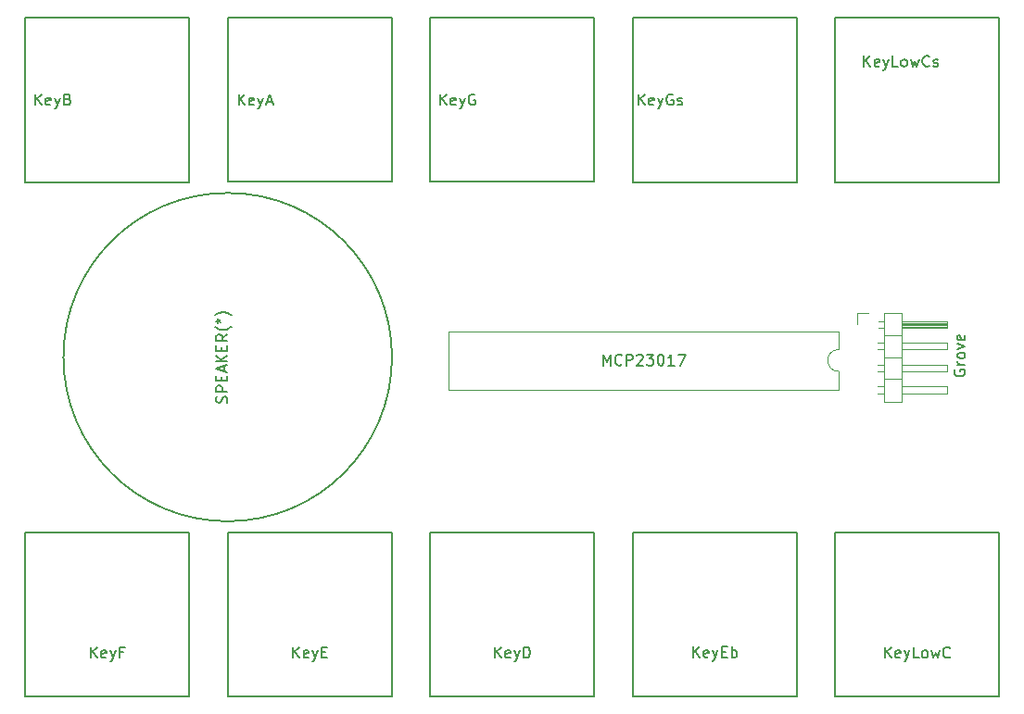
<source format=gto>
G04 #@! TF.GenerationSoftware,KiCad,Pcbnew,(5.1.8)-1*
G04 #@! TF.CreationDate,2022-03-17T23:11:15+09:00*
G04 #@! TF.ProjectId,windsynth,77696e64-7379-46e7-9468-2e6b69636164,rev?*
G04 #@! TF.SameCoordinates,Original*
G04 #@! TF.FileFunction,Legend,Top*
G04 #@! TF.FilePolarity,Positive*
%FSLAX46Y46*%
G04 Gerber Fmt 4.6, Leading zero omitted, Abs format (unit mm)*
G04 Created by KiCad (PCBNEW (5.1.8)-1) date 2022-03-17 23:11:15*
%MOMM*%
%LPD*%
G01*
G04 APERTURE LIST*
%ADD10C,0.120000*%
%ADD11C,0.150000*%
G04 APERTURE END LIST*
D10*
G04 #@! TO.C,Grove*
X201440000Y-87940000D02*
X201440000Y-96060000D01*
X201440000Y-96060000D02*
X203060000Y-96060000D01*
X203060000Y-96060000D02*
X203060000Y-87940000D01*
X203060000Y-87940000D02*
X201440000Y-87940000D01*
X203060000Y-88690000D02*
X207260000Y-88690000D01*
X207260000Y-88690000D02*
X207260000Y-89310000D01*
X207260000Y-89310000D02*
X203060000Y-89310000D01*
X203060000Y-88750000D02*
X207260000Y-88750000D01*
X203060000Y-88870000D02*
X207260000Y-88870000D01*
X203060000Y-88990000D02*
X207260000Y-88990000D01*
X203060000Y-89110000D02*
X207260000Y-89110000D01*
X203060000Y-89230000D02*
X207260000Y-89230000D01*
X200935000Y-88690000D02*
X201440000Y-88690000D01*
X200935000Y-89310000D02*
X201440000Y-89310000D01*
X201440000Y-90000000D02*
X203060000Y-90000000D01*
X203060000Y-90690000D02*
X207260000Y-90690000D01*
X207260000Y-90690000D02*
X207260000Y-91310000D01*
X207260000Y-91310000D02*
X203060000Y-91310000D01*
X200882114Y-90690000D02*
X201440000Y-90690000D01*
X200882114Y-91310000D02*
X201440000Y-91310000D01*
X201440000Y-92000000D02*
X203060000Y-92000000D01*
X203060000Y-92690000D02*
X207260000Y-92690000D01*
X207260000Y-92690000D02*
X207260000Y-93310000D01*
X207260000Y-93310000D02*
X203060000Y-93310000D01*
X200882114Y-92690000D02*
X201440000Y-92690000D01*
X200882114Y-93310000D02*
X201440000Y-93310000D01*
X201440000Y-94000000D02*
X203060000Y-94000000D01*
X203060000Y-94690000D02*
X207260000Y-94690000D01*
X207260000Y-94690000D02*
X207260000Y-95310000D01*
X207260000Y-95310000D02*
X203060000Y-95310000D01*
X200882114Y-94690000D02*
X201440000Y-94690000D01*
X200882114Y-95310000D02*
X201440000Y-95310000D01*
X199000000Y-89000000D02*
X199000000Y-88000000D01*
X199000000Y-88000000D02*
X200000000Y-88000000D01*
D11*
G04 #@! TO.C,KeyLowC*
X197000000Y-123000000D02*
X197000000Y-108000000D01*
X212000000Y-123000000D02*
X197000000Y-123000000D01*
X212000000Y-108000000D02*
X212000000Y-123000000D01*
X197000000Y-108000000D02*
X212000000Y-108000000D01*
G04 #@! TO.C,KeyD*
X160000000Y-123000000D02*
X160000000Y-108000000D01*
X175000000Y-123000000D02*
X160000000Y-123000000D01*
X175000000Y-108000000D02*
X175000000Y-123000000D01*
X160000000Y-108000000D02*
X175000000Y-108000000D01*
G04 #@! TO.C,KeyE*
X141500000Y-123000000D02*
X141500000Y-108000000D01*
X156500000Y-123000000D02*
X141500000Y-123000000D01*
X156500000Y-108000000D02*
X156500000Y-123000000D01*
X141500000Y-108000000D02*
X156500000Y-108000000D01*
G04 #@! TO.C,KeyF*
X123000000Y-108000000D02*
X138000000Y-108000000D01*
X138000000Y-108000000D02*
X138000000Y-123000000D01*
X138000000Y-123000000D02*
X123000000Y-123000000D01*
X123000000Y-123000000D02*
X123000000Y-108000000D01*
G04 #@! TO.C,KeyLowCs*
X212000000Y-61000000D02*
X212000000Y-76000000D01*
X197000000Y-61000000D02*
X212000000Y-61000000D01*
X197000000Y-76000000D02*
X197000000Y-61000000D01*
X212000000Y-76000000D02*
X197000000Y-76000000D01*
G04 #@! TO.C,KeyG*
X175000000Y-75953000D02*
X160000000Y-75953000D01*
X160000000Y-75953000D02*
X160000000Y-60953000D01*
X160000000Y-60953000D02*
X175000000Y-60953000D01*
X175000000Y-60953000D02*
X175000000Y-75953000D01*
G04 #@! TO.C,KeyA*
X156500000Y-60953000D02*
X156500000Y-75953000D01*
X141500000Y-60953000D02*
X156500000Y-60953000D01*
X141500000Y-75953000D02*
X141500000Y-60953000D01*
X156500000Y-75953000D02*
X141500000Y-75953000D01*
G04 #@! TO.C,KeyB*
X138000000Y-76000000D02*
X123000000Y-76000000D01*
X123000000Y-76000000D02*
X123000000Y-61000000D01*
X123000000Y-61000000D02*
X138000000Y-61000000D01*
X138000000Y-61000000D02*
X138000000Y-76000000D01*
G04 #@! TO.C,SPEAKER(\u002A)*
X156508331Y-92000000D02*
G75*
G03*
X156508331Y-92000000I-15008331J0D01*
G01*
D10*
G04 #@! TO.C,MCP23017*
X197330000Y-94960000D02*
X197330000Y-93310000D01*
X161650000Y-94960000D02*
X197330000Y-94960000D01*
X161650000Y-89660000D02*
X161650000Y-94960000D01*
X197330000Y-89660000D02*
X161650000Y-89660000D01*
X197330000Y-91310000D02*
X197330000Y-89660000D01*
X197330000Y-93310000D02*
G75*
G02*
X197330000Y-91310000I0J1000000D01*
G01*
D11*
G04 #@! TO.C,KeyEb*
X178500000Y-123000000D02*
X178500000Y-108000000D01*
X193500000Y-123000000D02*
X178500000Y-123000000D01*
X193500000Y-108000000D02*
X193500000Y-123000000D01*
X178500000Y-108000000D02*
X193500000Y-108000000D01*
G04 #@! TO.C,KeyGs*
X193500000Y-76000000D02*
X178500000Y-76000000D01*
X178500000Y-76000000D02*
X178500000Y-61000000D01*
X178500000Y-61000000D02*
X193500000Y-61000000D01*
X193500000Y-61000000D02*
X193500000Y-76000000D01*
G04 #@! TO.C,Grove*
X207910000Y-93164523D02*
X207862380Y-93259761D01*
X207862380Y-93402619D01*
X207910000Y-93545476D01*
X208005238Y-93640714D01*
X208100476Y-93688333D01*
X208290952Y-93735952D01*
X208433809Y-93735952D01*
X208624285Y-93688333D01*
X208719523Y-93640714D01*
X208814761Y-93545476D01*
X208862380Y-93402619D01*
X208862380Y-93307380D01*
X208814761Y-93164523D01*
X208767142Y-93116904D01*
X208433809Y-93116904D01*
X208433809Y-93307380D01*
X208862380Y-92688333D02*
X208195714Y-92688333D01*
X208386190Y-92688333D02*
X208290952Y-92640714D01*
X208243333Y-92593095D01*
X208195714Y-92497857D01*
X208195714Y-92402619D01*
X208862380Y-91926428D02*
X208814761Y-92021666D01*
X208767142Y-92069285D01*
X208671904Y-92116904D01*
X208386190Y-92116904D01*
X208290952Y-92069285D01*
X208243333Y-92021666D01*
X208195714Y-91926428D01*
X208195714Y-91783571D01*
X208243333Y-91688333D01*
X208290952Y-91640714D01*
X208386190Y-91593095D01*
X208671904Y-91593095D01*
X208767142Y-91640714D01*
X208814761Y-91688333D01*
X208862380Y-91783571D01*
X208862380Y-91926428D01*
X208195714Y-91259761D02*
X208862380Y-91021666D01*
X208195714Y-90783571D01*
X208814761Y-90021666D02*
X208862380Y-90116904D01*
X208862380Y-90307380D01*
X208814761Y-90402619D01*
X208719523Y-90450238D01*
X208338571Y-90450238D01*
X208243333Y-90402619D01*
X208195714Y-90307380D01*
X208195714Y-90116904D01*
X208243333Y-90021666D01*
X208338571Y-89974047D01*
X208433809Y-89974047D01*
X208529047Y-90450238D01*
G04 #@! TO.C,KeyLowC*
X201547619Y-119492380D02*
X201547619Y-118492380D01*
X202119047Y-119492380D02*
X201690476Y-118920952D01*
X202119047Y-118492380D02*
X201547619Y-119063809D01*
X202928571Y-119444761D02*
X202833333Y-119492380D01*
X202642857Y-119492380D01*
X202547619Y-119444761D01*
X202500000Y-119349523D01*
X202500000Y-118968571D01*
X202547619Y-118873333D01*
X202642857Y-118825714D01*
X202833333Y-118825714D01*
X202928571Y-118873333D01*
X202976190Y-118968571D01*
X202976190Y-119063809D01*
X202500000Y-119159047D01*
X203309523Y-118825714D02*
X203547619Y-119492380D01*
X203785714Y-118825714D02*
X203547619Y-119492380D01*
X203452380Y-119730476D01*
X203404761Y-119778095D01*
X203309523Y-119825714D01*
X204642857Y-119492380D02*
X204166666Y-119492380D01*
X204166666Y-118492380D01*
X205119047Y-119492380D02*
X205023809Y-119444761D01*
X204976190Y-119397142D01*
X204928571Y-119301904D01*
X204928571Y-119016190D01*
X204976190Y-118920952D01*
X205023809Y-118873333D01*
X205119047Y-118825714D01*
X205261904Y-118825714D01*
X205357142Y-118873333D01*
X205404761Y-118920952D01*
X205452380Y-119016190D01*
X205452380Y-119301904D01*
X205404761Y-119397142D01*
X205357142Y-119444761D01*
X205261904Y-119492380D01*
X205119047Y-119492380D01*
X205785714Y-118825714D02*
X205976190Y-119492380D01*
X206166666Y-119016190D01*
X206357142Y-119492380D01*
X206547619Y-118825714D01*
X207500000Y-119397142D02*
X207452380Y-119444761D01*
X207309523Y-119492380D01*
X207214285Y-119492380D01*
X207071428Y-119444761D01*
X206976190Y-119349523D01*
X206928571Y-119254285D01*
X206880952Y-119063809D01*
X206880952Y-118920952D01*
X206928571Y-118730476D01*
X206976190Y-118635238D01*
X207071428Y-118540000D01*
X207214285Y-118492380D01*
X207309523Y-118492380D01*
X207452380Y-118540000D01*
X207500000Y-118587619D01*
G04 #@! TO.C,KeyD*
X165928571Y-119492380D02*
X165928571Y-118492380D01*
X166500000Y-119492380D02*
X166071428Y-118920952D01*
X166500000Y-118492380D02*
X165928571Y-119063809D01*
X167309523Y-119444761D02*
X167214285Y-119492380D01*
X167023809Y-119492380D01*
X166928571Y-119444761D01*
X166880952Y-119349523D01*
X166880952Y-118968571D01*
X166928571Y-118873333D01*
X167023809Y-118825714D01*
X167214285Y-118825714D01*
X167309523Y-118873333D01*
X167357142Y-118968571D01*
X167357142Y-119063809D01*
X166880952Y-119159047D01*
X167690476Y-118825714D02*
X167928571Y-119492380D01*
X168166666Y-118825714D02*
X167928571Y-119492380D01*
X167833333Y-119730476D01*
X167785714Y-119778095D01*
X167690476Y-119825714D01*
X168547619Y-119492380D02*
X168547619Y-118492380D01*
X168785714Y-118492380D01*
X168928571Y-118540000D01*
X169023809Y-118635238D01*
X169071428Y-118730476D01*
X169119047Y-118920952D01*
X169119047Y-119063809D01*
X169071428Y-119254285D01*
X169023809Y-119349523D01*
X168928571Y-119444761D01*
X168785714Y-119492380D01*
X168547619Y-119492380D01*
G04 #@! TO.C,KeyE*
X147476190Y-119492380D02*
X147476190Y-118492380D01*
X148047619Y-119492380D02*
X147619047Y-118920952D01*
X148047619Y-118492380D02*
X147476190Y-119063809D01*
X148857142Y-119444761D02*
X148761904Y-119492380D01*
X148571428Y-119492380D01*
X148476190Y-119444761D01*
X148428571Y-119349523D01*
X148428571Y-118968571D01*
X148476190Y-118873333D01*
X148571428Y-118825714D01*
X148761904Y-118825714D01*
X148857142Y-118873333D01*
X148904761Y-118968571D01*
X148904761Y-119063809D01*
X148428571Y-119159047D01*
X149238095Y-118825714D02*
X149476190Y-119492380D01*
X149714285Y-118825714D02*
X149476190Y-119492380D01*
X149380952Y-119730476D01*
X149333333Y-119778095D01*
X149238095Y-119825714D01*
X150095238Y-118968571D02*
X150428571Y-118968571D01*
X150571428Y-119492380D02*
X150095238Y-119492380D01*
X150095238Y-118492380D01*
X150571428Y-118492380D01*
G04 #@! TO.C,KeyF*
X129000000Y-119492380D02*
X129000000Y-118492380D01*
X129571428Y-119492380D02*
X129142857Y-118920952D01*
X129571428Y-118492380D02*
X129000000Y-119063809D01*
X130380952Y-119444761D02*
X130285714Y-119492380D01*
X130095238Y-119492380D01*
X130000000Y-119444761D01*
X129952380Y-119349523D01*
X129952380Y-118968571D01*
X130000000Y-118873333D01*
X130095238Y-118825714D01*
X130285714Y-118825714D01*
X130380952Y-118873333D01*
X130428571Y-118968571D01*
X130428571Y-119063809D01*
X129952380Y-119159047D01*
X130761904Y-118825714D02*
X131000000Y-119492380D01*
X131238095Y-118825714D02*
X131000000Y-119492380D01*
X130904761Y-119730476D01*
X130857142Y-119778095D01*
X130761904Y-119825714D01*
X131952380Y-118968571D02*
X131619047Y-118968571D01*
X131619047Y-119492380D02*
X131619047Y-118492380D01*
X132095238Y-118492380D01*
G04 #@! TO.C,KeyLowCs*
X199642857Y-65452380D02*
X199642857Y-64452380D01*
X200214285Y-65452380D02*
X199785714Y-64880952D01*
X200214285Y-64452380D02*
X199642857Y-65023809D01*
X201023809Y-65404761D02*
X200928571Y-65452380D01*
X200738095Y-65452380D01*
X200642857Y-65404761D01*
X200595238Y-65309523D01*
X200595238Y-64928571D01*
X200642857Y-64833333D01*
X200738095Y-64785714D01*
X200928571Y-64785714D01*
X201023809Y-64833333D01*
X201071428Y-64928571D01*
X201071428Y-65023809D01*
X200595238Y-65119047D01*
X201404761Y-64785714D02*
X201642857Y-65452380D01*
X201880952Y-64785714D02*
X201642857Y-65452380D01*
X201547619Y-65690476D01*
X201500000Y-65738095D01*
X201404761Y-65785714D01*
X202738095Y-65452380D02*
X202261904Y-65452380D01*
X202261904Y-64452380D01*
X203214285Y-65452380D02*
X203119047Y-65404761D01*
X203071428Y-65357142D01*
X203023809Y-65261904D01*
X203023809Y-64976190D01*
X203071428Y-64880952D01*
X203119047Y-64833333D01*
X203214285Y-64785714D01*
X203357142Y-64785714D01*
X203452380Y-64833333D01*
X203500000Y-64880952D01*
X203547619Y-64976190D01*
X203547619Y-65261904D01*
X203500000Y-65357142D01*
X203452380Y-65404761D01*
X203357142Y-65452380D01*
X203214285Y-65452380D01*
X203880952Y-64785714D02*
X204071428Y-65452380D01*
X204261904Y-64976190D01*
X204452380Y-65452380D01*
X204642857Y-64785714D01*
X205595238Y-65357142D02*
X205547619Y-65404761D01*
X205404761Y-65452380D01*
X205309523Y-65452380D01*
X205166666Y-65404761D01*
X205071428Y-65309523D01*
X205023809Y-65214285D01*
X204976190Y-65023809D01*
X204976190Y-64880952D01*
X205023809Y-64690476D01*
X205071428Y-64595238D01*
X205166666Y-64500000D01*
X205309523Y-64452380D01*
X205404761Y-64452380D01*
X205547619Y-64500000D01*
X205595238Y-64547619D01*
X205976190Y-65404761D02*
X206071428Y-65452380D01*
X206261904Y-65452380D01*
X206357142Y-65404761D01*
X206404761Y-65309523D01*
X206404761Y-65261904D01*
X206357142Y-65166666D01*
X206261904Y-65119047D01*
X206119047Y-65119047D01*
X206023809Y-65071428D01*
X205976190Y-64976190D01*
X205976190Y-64928571D01*
X206023809Y-64833333D01*
X206119047Y-64785714D01*
X206261904Y-64785714D01*
X206357142Y-64833333D01*
G04 #@! TO.C,KeyG*
X160928571Y-68952380D02*
X160928571Y-67952380D01*
X161500000Y-68952380D02*
X161071428Y-68380952D01*
X161500000Y-67952380D02*
X160928571Y-68523809D01*
X162309523Y-68904761D02*
X162214285Y-68952380D01*
X162023809Y-68952380D01*
X161928571Y-68904761D01*
X161880952Y-68809523D01*
X161880952Y-68428571D01*
X161928571Y-68333333D01*
X162023809Y-68285714D01*
X162214285Y-68285714D01*
X162309523Y-68333333D01*
X162357142Y-68428571D01*
X162357142Y-68523809D01*
X161880952Y-68619047D01*
X162690476Y-68285714D02*
X162928571Y-68952380D01*
X163166666Y-68285714D02*
X162928571Y-68952380D01*
X162833333Y-69190476D01*
X162785714Y-69238095D01*
X162690476Y-69285714D01*
X164071428Y-68000000D02*
X163976190Y-67952380D01*
X163833333Y-67952380D01*
X163690476Y-68000000D01*
X163595238Y-68095238D01*
X163547619Y-68190476D01*
X163500000Y-68380952D01*
X163500000Y-68523809D01*
X163547619Y-68714285D01*
X163595238Y-68809523D01*
X163690476Y-68904761D01*
X163833333Y-68952380D01*
X163928571Y-68952380D01*
X164071428Y-68904761D01*
X164119047Y-68857142D01*
X164119047Y-68523809D01*
X163928571Y-68523809D01*
G04 #@! TO.C,KeyA*
X142500000Y-68952380D02*
X142500000Y-67952380D01*
X143071428Y-68952380D02*
X142642857Y-68380952D01*
X143071428Y-67952380D02*
X142500000Y-68523809D01*
X143880952Y-68904761D02*
X143785714Y-68952380D01*
X143595238Y-68952380D01*
X143500000Y-68904761D01*
X143452380Y-68809523D01*
X143452380Y-68428571D01*
X143500000Y-68333333D01*
X143595238Y-68285714D01*
X143785714Y-68285714D01*
X143880952Y-68333333D01*
X143928571Y-68428571D01*
X143928571Y-68523809D01*
X143452380Y-68619047D01*
X144261904Y-68285714D02*
X144500000Y-68952380D01*
X144738095Y-68285714D02*
X144500000Y-68952380D01*
X144404761Y-69190476D01*
X144357142Y-69238095D01*
X144261904Y-69285714D01*
X145071428Y-68666666D02*
X145547619Y-68666666D01*
X144976190Y-68952380D02*
X145309523Y-67952380D01*
X145642857Y-68952380D01*
G04 #@! TO.C,KeyB*
X123928571Y-68952380D02*
X123928571Y-67952380D01*
X124500000Y-68952380D02*
X124071428Y-68380952D01*
X124500000Y-67952380D02*
X123928571Y-68523809D01*
X125309523Y-68904761D02*
X125214285Y-68952380D01*
X125023809Y-68952380D01*
X124928571Y-68904761D01*
X124880952Y-68809523D01*
X124880952Y-68428571D01*
X124928571Y-68333333D01*
X125023809Y-68285714D01*
X125214285Y-68285714D01*
X125309523Y-68333333D01*
X125357142Y-68428571D01*
X125357142Y-68523809D01*
X124880952Y-68619047D01*
X125690476Y-68285714D02*
X125928571Y-68952380D01*
X126166666Y-68285714D02*
X125928571Y-68952380D01*
X125833333Y-69190476D01*
X125785714Y-69238095D01*
X125690476Y-69285714D01*
X126880952Y-68428571D02*
X127023809Y-68476190D01*
X127071428Y-68523809D01*
X127119047Y-68619047D01*
X127119047Y-68761904D01*
X127071428Y-68857142D01*
X127023809Y-68904761D01*
X126928571Y-68952380D01*
X126547619Y-68952380D01*
X126547619Y-67952380D01*
X126880952Y-67952380D01*
X126976190Y-68000000D01*
X127023809Y-68047619D01*
X127071428Y-68142857D01*
X127071428Y-68238095D01*
X127023809Y-68333333D01*
X126976190Y-68380952D01*
X126880952Y-68428571D01*
X126547619Y-68428571D01*
G04 #@! TO.C,SPEAKER(\u002A)*
X141404761Y-96166666D02*
X141452380Y-96023809D01*
X141452380Y-95785714D01*
X141404761Y-95690476D01*
X141357142Y-95642857D01*
X141261904Y-95595238D01*
X141166666Y-95595238D01*
X141071428Y-95642857D01*
X141023809Y-95690476D01*
X140976190Y-95785714D01*
X140928571Y-95976190D01*
X140880952Y-96071428D01*
X140833333Y-96119047D01*
X140738095Y-96166666D01*
X140642857Y-96166666D01*
X140547619Y-96119047D01*
X140500000Y-96071428D01*
X140452380Y-95976190D01*
X140452380Y-95738095D01*
X140500000Y-95595238D01*
X141452380Y-95166666D02*
X140452380Y-95166666D01*
X140452380Y-94785714D01*
X140500000Y-94690476D01*
X140547619Y-94642857D01*
X140642857Y-94595238D01*
X140785714Y-94595238D01*
X140880952Y-94642857D01*
X140928571Y-94690476D01*
X140976190Y-94785714D01*
X140976190Y-95166666D01*
X140928571Y-94166666D02*
X140928571Y-93833333D01*
X141452380Y-93690476D02*
X141452380Y-94166666D01*
X140452380Y-94166666D01*
X140452380Y-93690476D01*
X141166666Y-93309523D02*
X141166666Y-92833333D01*
X141452380Y-93404761D02*
X140452380Y-93071428D01*
X141452380Y-92738095D01*
X141452380Y-92404761D02*
X140452380Y-92404761D01*
X141452380Y-91833333D02*
X140880952Y-92261904D01*
X140452380Y-91833333D02*
X141023809Y-92404761D01*
X140928571Y-91404761D02*
X140928571Y-91071428D01*
X141452380Y-90928571D02*
X141452380Y-91404761D01*
X140452380Y-91404761D01*
X140452380Y-90928571D01*
X141452380Y-89928571D02*
X140976190Y-90261904D01*
X141452380Y-90500000D02*
X140452380Y-90500000D01*
X140452380Y-90119047D01*
X140500000Y-90023809D01*
X140547619Y-89976190D01*
X140642857Y-89928571D01*
X140785714Y-89928571D01*
X140880952Y-89976190D01*
X140928571Y-90023809D01*
X140976190Y-90119047D01*
X140976190Y-90500000D01*
X141833333Y-89214285D02*
X141785714Y-89261904D01*
X141642857Y-89357142D01*
X141547619Y-89404761D01*
X141404761Y-89452380D01*
X141166666Y-89500000D01*
X140976190Y-89500000D01*
X140738095Y-89452380D01*
X140595238Y-89404761D01*
X140500000Y-89357142D01*
X140357142Y-89261904D01*
X140309523Y-89214285D01*
X140452380Y-88690476D02*
X140690476Y-88690476D01*
X140595238Y-88928571D02*
X140690476Y-88690476D01*
X140595238Y-88452380D01*
X140880952Y-88833333D02*
X140690476Y-88690476D01*
X140880952Y-88547619D01*
X141833333Y-88166666D02*
X141785714Y-88119047D01*
X141642857Y-88023809D01*
X141547619Y-87976190D01*
X141404761Y-87928571D01*
X141166666Y-87880952D01*
X140976190Y-87880952D01*
X140738095Y-87928571D01*
X140595238Y-87976190D01*
X140500000Y-88023809D01*
X140357142Y-88119047D01*
X140309523Y-88166666D01*
G04 #@! TO.C,MCP23017*
X175785714Y-92762380D02*
X175785714Y-91762380D01*
X176119047Y-92476666D01*
X176452380Y-91762380D01*
X176452380Y-92762380D01*
X177500000Y-92667142D02*
X177452380Y-92714761D01*
X177309523Y-92762380D01*
X177214285Y-92762380D01*
X177071428Y-92714761D01*
X176976190Y-92619523D01*
X176928571Y-92524285D01*
X176880952Y-92333809D01*
X176880952Y-92190952D01*
X176928571Y-92000476D01*
X176976190Y-91905238D01*
X177071428Y-91810000D01*
X177214285Y-91762380D01*
X177309523Y-91762380D01*
X177452380Y-91810000D01*
X177500000Y-91857619D01*
X177928571Y-92762380D02*
X177928571Y-91762380D01*
X178309523Y-91762380D01*
X178404761Y-91810000D01*
X178452380Y-91857619D01*
X178500000Y-91952857D01*
X178500000Y-92095714D01*
X178452380Y-92190952D01*
X178404761Y-92238571D01*
X178309523Y-92286190D01*
X177928571Y-92286190D01*
X178880952Y-91857619D02*
X178928571Y-91810000D01*
X179023809Y-91762380D01*
X179261904Y-91762380D01*
X179357142Y-91810000D01*
X179404761Y-91857619D01*
X179452380Y-91952857D01*
X179452380Y-92048095D01*
X179404761Y-92190952D01*
X178833333Y-92762380D01*
X179452380Y-92762380D01*
X179785714Y-91762380D02*
X180404761Y-91762380D01*
X180071428Y-92143333D01*
X180214285Y-92143333D01*
X180309523Y-92190952D01*
X180357142Y-92238571D01*
X180404761Y-92333809D01*
X180404761Y-92571904D01*
X180357142Y-92667142D01*
X180309523Y-92714761D01*
X180214285Y-92762380D01*
X179928571Y-92762380D01*
X179833333Y-92714761D01*
X179785714Y-92667142D01*
X181023809Y-91762380D02*
X181119047Y-91762380D01*
X181214285Y-91810000D01*
X181261904Y-91857619D01*
X181309523Y-91952857D01*
X181357142Y-92143333D01*
X181357142Y-92381428D01*
X181309523Y-92571904D01*
X181261904Y-92667142D01*
X181214285Y-92714761D01*
X181119047Y-92762380D01*
X181023809Y-92762380D01*
X180928571Y-92714761D01*
X180880952Y-92667142D01*
X180833333Y-92571904D01*
X180785714Y-92381428D01*
X180785714Y-92143333D01*
X180833333Y-91952857D01*
X180880952Y-91857619D01*
X180928571Y-91810000D01*
X181023809Y-91762380D01*
X182309523Y-92762380D02*
X181738095Y-92762380D01*
X182023809Y-92762380D02*
X182023809Y-91762380D01*
X181928571Y-91905238D01*
X181833333Y-92000476D01*
X181738095Y-92048095D01*
X182642857Y-91762380D02*
X183309523Y-91762380D01*
X182880952Y-92762380D01*
G04 #@! TO.C,KeyEb*
X184023809Y-119452380D02*
X184023809Y-118452380D01*
X184595238Y-119452380D02*
X184166666Y-118880952D01*
X184595238Y-118452380D02*
X184023809Y-119023809D01*
X185404761Y-119404761D02*
X185309523Y-119452380D01*
X185119047Y-119452380D01*
X185023809Y-119404761D01*
X184976190Y-119309523D01*
X184976190Y-118928571D01*
X185023809Y-118833333D01*
X185119047Y-118785714D01*
X185309523Y-118785714D01*
X185404761Y-118833333D01*
X185452380Y-118928571D01*
X185452380Y-119023809D01*
X184976190Y-119119047D01*
X185785714Y-118785714D02*
X186023809Y-119452380D01*
X186261904Y-118785714D02*
X186023809Y-119452380D01*
X185928571Y-119690476D01*
X185880952Y-119738095D01*
X185785714Y-119785714D01*
X186642857Y-118928571D02*
X186976190Y-118928571D01*
X187119047Y-119452380D02*
X186642857Y-119452380D01*
X186642857Y-118452380D01*
X187119047Y-118452380D01*
X187547619Y-119452380D02*
X187547619Y-118452380D01*
X187547619Y-118833333D02*
X187642857Y-118785714D01*
X187833333Y-118785714D01*
X187928571Y-118833333D01*
X187976190Y-118880952D01*
X188023809Y-118976190D01*
X188023809Y-119261904D01*
X187976190Y-119357142D01*
X187928571Y-119404761D01*
X187833333Y-119452380D01*
X187642857Y-119452380D01*
X187547619Y-119404761D01*
G04 #@! TO.C,KeyGs*
X179023809Y-68952380D02*
X179023809Y-67952380D01*
X179595238Y-68952380D02*
X179166666Y-68380952D01*
X179595238Y-67952380D02*
X179023809Y-68523809D01*
X180404761Y-68904761D02*
X180309523Y-68952380D01*
X180119047Y-68952380D01*
X180023809Y-68904761D01*
X179976190Y-68809523D01*
X179976190Y-68428571D01*
X180023809Y-68333333D01*
X180119047Y-68285714D01*
X180309523Y-68285714D01*
X180404761Y-68333333D01*
X180452380Y-68428571D01*
X180452380Y-68523809D01*
X179976190Y-68619047D01*
X180785714Y-68285714D02*
X181023809Y-68952380D01*
X181261904Y-68285714D02*
X181023809Y-68952380D01*
X180928571Y-69190476D01*
X180880952Y-69238095D01*
X180785714Y-69285714D01*
X182166666Y-68000000D02*
X182071428Y-67952380D01*
X181928571Y-67952380D01*
X181785714Y-68000000D01*
X181690476Y-68095238D01*
X181642857Y-68190476D01*
X181595238Y-68380952D01*
X181595238Y-68523809D01*
X181642857Y-68714285D01*
X181690476Y-68809523D01*
X181785714Y-68904761D01*
X181928571Y-68952380D01*
X182023809Y-68952380D01*
X182166666Y-68904761D01*
X182214285Y-68857142D01*
X182214285Y-68523809D01*
X182023809Y-68523809D01*
X182595238Y-68904761D02*
X182690476Y-68952380D01*
X182880952Y-68952380D01*
X182976190Y-68904761D01*
X183023809Y-68809523D01*
X183023809Y-68761904D01*
X182976190Y-68666666D01*
X182880952Y-68619047D01*
X182738095Y-68619047D01*
X182642857Y-68571428D01*
X182595238Y-68476190D01*
X182595238Y-68428571D01*
X182642857Y-68333333D01*
X182738095Y-68285714D01*
X182880952Y-68285714D01*
X182976190Y-68333333D01*
G04 #@! TD*
M02*

</source>
